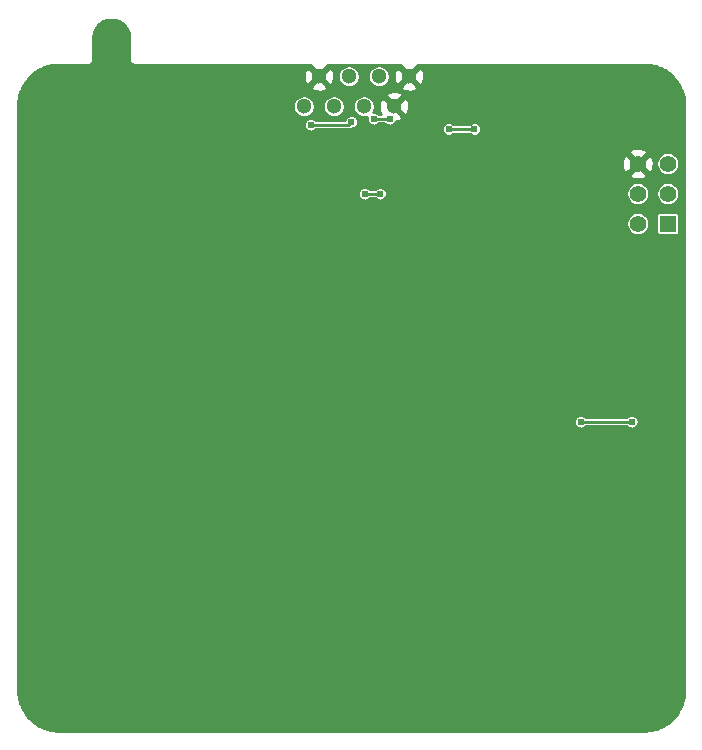
<source format=gbr>
G04 #@! TF.GenerationSoftware,KiCad,Pcbnew,5.1.4*
G04 #@! TF.CreationDate,2019-12-12T21:33:50-05:00*
G04 #@! TF.ProjectId,Suspension_Travel,53757370-656e-4736-996f-6e5f54726176,rev?*
G04 #@! TF.SameCoordinates,Original*
G04 #@! TF.FileFunction,Copper,L2,Bot*
G04 #@! TF.FilePolarity,Positive*
%FSLAX46Y46*%
G04 Gerber Fmt 4.6, Leading zero omitted, Abs format (unit mm)*
G04 Created by KiCad (PCBNEW 5.1.4) date 2019-12-12 21:33:50*
%MOMM*%
%LPD*%
G04 APERTURE LIST*
%ADD10C,1.300000*%
%ADD11R,1.400000X1.400000*%
%ADD12C,1.400000*%
%ADD13C,0.800000*%
%ADD14C,0.609600*%
%ADD15C,0.254000*%
G04 APERTURE END LIST*
D10*
X128701800Y-82016600D03*
X126161800Y-82016600D03*
X123621800Y-82016600D03*
X131241800Y-82016600D03*
X124891800Y-79476600D03*
X127431800Y-79476600D03*
X129971800Y-79476600D03*
X132511800Y-79476600D03*
D11*
X154432000Y-91948000D03*
D12*
X151892000Y-91948000D03*
X154432000Y-89408000D03*
X151892000Y-89408000D03*
X154432000Y-86868000D03*
X151892000Y-86868000D03*
D13*
X103360220Y-89720420D03*
X103395780Y-93055440D03*
X103360220Y-84884260D03*
X103360220Y-86984840D03*
X122674380Y-101914960D03*
X125503940Y-101927660D03*
X128473200Y-101889560D03*
X131627880Y-101889560D03*
X131691380Y-100091240D03*
X131704080Y-97210880D03*
X106225340Y-83820000D03*
D14*
X139192000Y-90678000D03*
X139954000Y-88646000D03*
X144272000Y-116332000D03*
X143256000Y-104648000D03*
X125730000Y-88900000D03*
X149225000Y-97536000D03*
X134213600Y-88544400D03*
X139954000Y-102108000D03*
X114554000Y-85090000D03*
X124206000Y-83566000D03*
X127635000Y-83312000D03*
X138049000Y-83947000D03*
X135890000Y-83947000D03*
X130896599Y-83068612D03*
X129540000Y-83058000D03*
X130073400Y-89408000D03*
X128778000Y-89408000D03*
X151384000Y-108712000D03*
X147066000Y-108712000D03*
D15*
X124206000Y-83566000D02*
X127381000Y-83566000D01*
X127381000Y-83566000D02*
X127635000Y-83312000D01*
X138049000Y-83947000D02*
X135890000Y-83947000D01*
X130465547Y-83068612D02*
X130454935Y-83058000D01*
X130896599Y-83068612D02*
X130465547Y-83068612D01*
X130454935Y-83058000D02*
X129540000Y-83058000D01*
X130073400Y-89408000D02*
X128778000Y-89408000D01*
X151384000Y-108712000D02*
X147066000Y-108712000D01*
G36*
X107456409Y-74681876D02*
G01*
X107599820Y-74701863D01*
X107729509Y-74732207D01*
X107850431Y-74771758D01*
X107963640Y-74819473D01*
X108068992Y-74874126D01*
X108167817Y-74935509D01*
X108260326Y-75003152D01*
X108347148Y-75077179D01*
X108430309Y-75159651D01*
X108505032Y-75245826D01*
X108573532Y-75337899D01*
X108637011Y-75438424D01*
X108692138Y-75542928D01*
X108740618Y-75655749D01*
X108780994Y-75776318D01*
X108812102Y-75905035D01*
X108832960Y-76046702D01*
X108841048Y-76210001D01*
X108841049Y-78088174D01*
X108839385Y-78105069D01*
X108841049Y-78121965D01*
X108841049Y-78124218D01*
X108846539Y-78179961D01*
X108868234Y-78251478D01*
X108903464Y-78317389D01*
X108950875Y-78375160D01*
X109008646Y-78422571D01*
X109074557Y-78457801D01*
X109146074Y-78479496D01*
X109220448Y-78486821D01*
X109244329Y-78484469D01*
X124210767Y-78484469D01*
X124185878Y-78591073D01*
X124891800Y-79296995D01*
X125597722Y-78591073D01*
X125572833Y-78484469D01*
X131830767Y-78484469D01*
X131805878Y-78591073D01*
X132511800Y-79296995D01*
X133217722Y-78591073D01*
X133192833Y-78484469D01*
X152398641Y-78484469D01*
X152471310Y-78485227D01*
X152650111Y-78493502D01*
X152818086Y-78509682D01*
X152975133Y-78532408D01*
X153135683Y-78563424D01*
X153283320Y-78599095D01*
X153424702Y-78639912D01*
X153561110Y-78685702D01*
X153691161Y-78735472D01*
X153817966Y-78790022D01*
X153947210Y-78852058D01*
X154066176Y-78915231D01*
X154180165Y-78981583D01*
X154291431Y-79052213D01*
X154399746Y-79126942D01*
X154504856Y-79205557D01*
X154613209Y-79293430D01*
X154711746Y-79379964D01*
X154805118Y-79468399D01*
X154895559Y-79560707D01*
X154984799Y-79658982D01*
X155067605Y-79757411D01*
X155147161Y-79859503D01*
X155224050Y-79966284D01*
X155296848Y-80076004D01*
X155365456Y-80188558D01*
X155431038Y-80306213D01*
X155493209Y-80428998D01*
X155551599Y-80557006D01*
X155603802Y-80685089D01*
X155651791Y-80818251D01*
X155695121Y-80956472D01*
X155733478Y-81100319D01*
X155766606Y-81251277D01*
X155793315Y-81406590D01*
X155813327Y-81567654D01*
X155826102Y-81736565D01*
X155830895Y-81924665D01*
X155831118Y-81926466D01*
X155831117Y-131443040D01*
X155830097Y-131527419D01*
X155821429Y-131703699D01*
X155805256Y-131868014D01*
X155782240Y-132025294D01*
X155752767Y-132177535D01*
X155717377Y-132324561D01*
X155674834Y-132471978D01*
X155628844Y-132608583D01*
X155575091Y-132748045D01*
X155518668Y-132877666D01*
X155459807Y-132999181D01*
X155396600Y-133117539D01*
X155328546Y-133233756D01*
X155257634Y-133344738D01*
X155182543Y-133452891D01*
X155105144Y-133555832D01*
X155023936Y-133655826D01*
X154939109Y-133752662D01*
X154850768Y-133846227D01*
X154759148Y-133936296D01*
X154657947Y-134028418D01*
X154559618Y-134111253D01*
X154458138Y-134190456D01*
X154350797Y-134267875D01*
X154242285Y-134340005D01*
X154129732Y-134408776D01*
X154013865Y-134473567D01*
X153893644Y-134534745D01*
X153765894Y-134593389D01*
X153630258Y-134648869D01*
X153497355Y-134696779D01*
X153356460Y-134740900D01*
X153213256Y-134778996D01*
X153065049Y-134811504D01*
X152908224Y-134838482D01*
X152747938Y-134858389D01*
X152579016Y-134871169D01*
X152395739Y-134875842D01*
X102872634Y-134875842D01*
X102805755Y-134875191D01*
X102626641Y-134867184D01*
X102461491Y-134851601D01*
X102301263Y-134828734D01*
X102148392Y-134799618D01*
X101994238Y-134762828D01*
X101854231Y-134722728D01*
X101717029Y-134677009D01*
X101584902Y-134626719D01*
X101458502Y-134572585D01*
X101335839Y-134514125D01*
X101216481Y-134451321D01*
X101099821Y-134383947D01*
X100988466Y-134313732D01*
X100877610Y-134237681D01*
X100773870Y-134160507D01*
X100669314Y-134076329D01*
X100572784Y-133992379D01*
X100478878Y-133904374D01*
X100388319Y-133812934D01*
X100301448Y-133718422D01*
X100209040Y-133609608D01*
X100124087Y-133500925D01*
X100048066Y-133395451D01*
X99975562Y-133286352D01*
X99905485Y-133171513D01*
X99839588Y-133053294D01*
X99777717Y-132931104D01*
X99720132Y-132804991D01*
X99666849Y-132674372D01*
X99619110Y-132541902D01*
X99575765Y-132403680D01*
X99537380Y-132259779D01*
X99504927Y-132112297D01*
X99477952Y-131956321D01*
X99457526Y-131792502D01*
X99444756Y-131623711D01*
X99439966Y-131435649D01*
X99439400Y-131431078D01*
X99439400Y-108654461D01*
X146481800Y-108654461D01*
X146481800Y-108769539D01*
X146504250Y-108882405D01*
X146548288Y-108988723D01*
X146612222Y-109084406D01*
X146693594Y-109165778D01*
X146789277Y-109229712D01*
X146895595Y-109273750D01*
X147008461Y-109296200D01*
X147123539Y-109296200D01*
X147236405Y-109273750D01*
X147342723Y-109229712D01*
X147438406Y-109165778D01*
X147485784Y-109118400D01*
X150964216Y-109118400D01*
X151011594Y-109165778D01*
X151107277Y-109229712D01*
X151213595Y-109273750D01*
X151326461Y-109296200D01*
X151441539Y-109296200D01*
X151554405Y-109273750D01*
X151660723Y-109229712D01*
X151756406Y-109165778D01*
X151837778Y-109084406D01*
X151901712Y-108988723D01*
X151945750Y-108882405D01*
X151968200Y-108769539D01*
X151968200Y-108654461D01*
X151945750Y-108541595D01*
X151901712Y-108435277D01*
X151837778Y-108339594D01*
X151756406Y-108258222D01*
X151660723Y-108194288D01*
X151554405Y-108150250D01*
X151441539Y-108127800D01*
X151326461Y-108127800D01*
X151213595Y-108150250D01*
X151107277Y-108194288D01*
X151011594Y-108258222D01*
X150964216Y-108305600D01*
X147485784Y-108305600D01*
X147438406Y-108258222D01*
X147342723Y-108194288D01*
X147236405Y-108150250D01*
X147123539Y-108127800D01*
X147008461Y-108127800D01*
X146895595Y-108150250D01*
X146789277Y-108194288D01*
X146693594Y-108258222D01*
X146612222Y-108339594D01*
X146548288Y-108435277D01*
X146504250Y-108541595D01*
X146481800Y-108654461D01*
X99439400Y-108654461D01*
X99439400Y-91851538D01*
X150912600Y-91851538D01*
X150912600Y-92044462D01*
X150950238Y-92233680D01*
X151024067Y-92411920D01*
X151131250Y-92572331D01*
X151267669Y-92708750D01*
X151428080Y-92815933D01*
X151606320Y-92889762D01*
X151795538Y-92927400D01*
X151988462Y-92927400D01*
X152177680Y-92889762D01*
X152355920Y-92815933D01*
X152516331Y-92708750D01*
X152652750Y-92572331D01*
X152759933Y-92411920D01*
X152833762Y-92233680D01*
X152871400Y-92044462D01*
X152871400Y-91851538D01*
X152833762Y-91662320D01*
X152759933Y-91484080D01*
X152652750Y-91323669D01*
X152577081Y-91248000D01*
X153451249Y-91248000D01*
X153451249Y-92648000D01*
X153456644Y-92702772D01*
X153472620Y-92755439D01*
X153498564Y-92803977D01*
X153533479Y-92846521D01*
X153576023Y-92881436D01*
X153624561Y-92907380D01*
X153677228Y-92923356D01*
X153732000Y-92928751D01*
X155132000Y-92928751D01*
X155186772Y-92923356D01*
X155239439Y-92907380D01*
X155287977Y-92881436D01*
X155330521Y-92846521D01*
X155365436Y-92803977D01*
X155391380Y-92755439D01*
X155407356Y-92702772D01*
X155412751Y-92648000D01*
X155412751Y-91248000D01*
X155407356Y-91193228D01*
X155391380Y-91140561D01*
X155365436Y-91092023D01*
X155330521Y-91049479D01*
X155287977Y-91014564D01*
X155239439Y-90988620D01*
X155186772Y-90972644D01*
X155132000Y-90967249D01*
X153732000Y-90967249D01*
X153677228Y-90972644D01*
X153624561Y-90988620D01*
X153576023Y-91014564D01*
X153533479Y-91049479D01*
X153498564Y-91092023D01*
X153472620Y-91140561D01*
X153456644Y-91193228D01*
X153451249Y-91248000D01*
X152577081Y-91248000D01*
X152516331Y-91187250D01*
X152355920Y-91080067D01*
X152177680Y-91006238D01*
X151988462Y-90968600D01*
X151795538Y-90968600D01*
X151606320Y-91006238D01*
X151428080Y-91080067D01*
X151267669Y-91187250D01*
X151131250Y-91323669D01*
X151024067Y-91484080D01*
X150950238Y-91662320D01*
X150912600Y-91851538D01*
X99439400Y-91851538D01*
X99439400Y-89350461D01*
X128193800Y-89350461D01*
X128193800Y-89465539D01*
X128216250Y-89578405D01*
X128260288Y-89684723D01*
X128324222Y-89780406D01*
X128405594Y-89861778D01*
X128501277Y-89925712D01*
X128607595Y-89969750D01*
X128720461Y-89992200D01*
X128835539Y-89992200D01*
X128948405Y-89969750D01*
X129054723Y-89925712D01*
X129150406Y-89861778D01*
X129197784Y-89814400D01*
X129653616Y-89814400D01*
X129700994Y-89861778D01*
X129796677Y-89925712D01*
X129902995Y-89969750D01*
X130015861Y-89992200D01*
X130130939Y-89992200D01*
X130243805Y-89969750D01*
X130350123Y-89925712D01*
X130445806Y-89861778D01*
X130527178Y-89780406D01*
X130591112Y-89684723D01*
X130635150Y-89578405D01*
X130657600Y-89465539D01*
X130657600Y-89350461D01*
X130649858Y-89311538D01*
X150912600Y-89311538D01*
X150912600Y-89504462D01*
X150950238Y-89693680D01*
X151024067Y-89871920D01*
X151131250Y-90032331D01*
X151267669Y-90168750D01*
X151428080Y-90275933D01*
X151606320Y-90349762D01*
X151795538Y-90387400D01*
X151988462Y-90387400D01*
X152177680Y-90349762D01*
X152355920Y-90275933D01*
X152516331Y-90168750D01*
X152652750Y-90032331D01*
X152759933Y-89871920D01*
X152833762Y-89693680D01*
X152871400Y-89504462D01*
X152871400Y-89311538D01*
X153452600Y-89311538D01*
X153452600Y-89504462D01*
X153490238Y-89693680D01*
X153564067Y-89871920D01*
X153671250Y-90032331D01*
X153807669Y-90168750D01*
X153968080Y-90275933D01*
X154146320Y-90349762D01*
X154335538Y-90387400D01*
X154528462Y-90387400D01*
X154717680Y-90349762D01*
X154895920Y-90275933D01*
X155056331Y-90168750D01*
X155192750Y-90032331D01*
X155299933Y-89871920D01*
X155373762Y-89693680D01*
X155411400Y-89504462D01*
X155411400Y-89311538D01*
X155373762Y-89122320D01*
X155299933Y-88944080D01*
X155192750Y-88783669D01*
X155056331Y-88647250D01*
X154895920Y-88540067D01*
X154717680Y-88466238D01*
X154528462Y-88428600D01*
X154335538Y-88428600D01*
X154146320Y-88466238D01*
X153968080Y-88540067D01*
X153807669Y-88647250D01*
X153671250Y-88783669D01*
X153564067Y-88944080D01*
X153490238Y-89122320D01*
X153452600Y-89311538D01*
X152871400Y-89311538D01*
X152833762Y-89122320D01*
X152759933Y-88944080D01*
X152652750Y-88783669D01*
X152516331Y-88647250D01*
X152355920Y-88540067D01*
X152177680Y-88466238D01*
X151988462Y-88428600D01*
X151795538Y-88428600D01*
X151606320Y-88466238D01*
X151428080Y-88540067D01*
X151267669Y-88647250D01*
X151131250Y-88783669D01*
X151024067Y-88944080D01*
X150950238Y-89122320D01*
X150912600Y-89311538D01*
X130649858Y-89311538D01*
X130635150Y-89237595D01*
X130591112Y-89131277D01*
X130527178Y-89035594D01*
X130445806Y-88954222D01*
X130350123Y-88890288D01*
X130243805Y-88846250D01*
X130130939Y-88823800D01*
X130015861Y-88823800D01*
X129902995Y-88846250D01*
X129796677Y-88890288D01*
X129700994Y-88954222D01*
X129653616Y-89001600D01*
X129197784Y-89001600D01*
X129150406Y-88954222D01*
X129054723Y-88890288D01*
X128948405Y-88846250D01*
X128835539Y-88823800D01*
X128720461Y-88823800D01*
X128607595Y-88846250D01*
X128501277Y-88890288D01*
X128405594Y-88954222D01*
X128324222Y-89035594D01*
X128260288Y-89131277D01*
X128216250Y-89237595D01*
X128193800Y-89350461D01*
X99439400Y-89350461D01*
X99439400Y-87789269D01*
X151150336Y-87789269D01*
X151209797Y-88023037D01*
X151448242Y-88133934D01*
X151703740Y-88196183D01*
X151966473Y-88207390D01*
X152226344Y-88167125D01*
X152473366Y-88076935D01*
X152574203Y-88023037D01*
X152633664Y-87789269D01*
X151892000Y-87047605D01*
X151150336Y-87789269D01*
X99439400Y-87789269D01*
X99439400Y-86942473D01*
X150552610Y-86942473D01*
X150592875Y-87202344D01*
X150683065Y-87449366D01*
X150736963Y-87550203D01*
X150970731Y-87609664D01*
X151712395Y-86868000D01*
X152071605Y-86868000D01*
X152813269Y-87609664D01*
X153047037Y-87550203D01*
X153157934Y-87311758D01*
X153220183Y-87056260D01*
X153231390Y-86793527D01*
X153227983Y-86771538D01*
X153452600Y-86771538D01*
X153452600Y-86964462D01*
X153490238Y-87153680D01*
X153564067Y-87331920D01*
X153671250Y-87492331D01*
X153807669Y-87628750D01*
X153968080Y-87735933D01*
X154146320Y-87809762D01*
X154335538Y-87847400D01*
X154528462Y-87847400D01*
X154717680Y-87809762D01*
X154895920Y-87735933D01*
X155056331Y-87628750D01*
X155192750Y-87492331D01*
X155299933Y-87331920D01*
X155373762Y-87153680D01*
X155411400Y-86964462D01*
X155411400Y-86771538D01*
X155373762Y-86582320D01*
X155299933Y-86404080D01*
X155192750Y-86243669D01*
X155056331Y-86107250D01*
X154895920Y-86000067D01*
X154717680Y-85926238D01*
X154528462Y-85888600D01*
X154335538Y-85888600D01*
X154146320Y-85926238D01*
X153968080Y-86000067D01*
X153807669Y-86107250D01*
X153671250Y-86243669D01*
X153564067Y-86404080D01*
X153490238Y-86582320D01*
X153452600Y-86771538D01*
X153227983Y-86771538D01*
X153191125Y-86533656D01*
X153100935Y-86286634D01*
X153047037Y-86185797D01*
X152813269Y-86126336D01*
X152071605Y-86868000D01*
X151712395Y-86868000D01*
X150970731Y-86126336D01*
X150736963Y-86185797D01*
X150626066Y-86424242D01*
X150563817Y-86679740D01*
X150552610Y-86942473D01*
X99439400Y-86942473D01*
X99439400Y-85946731D01*
X151150336Y-85946731D01*
X151892000Y-86688395D01*
X152633664Y-85946731D01*
X152574203Y-85712963D01*
X152335758Y-85602066D01*
X152080260Y-85539817D01*
X151817527Y-85528610D01*
X151557656Y-85568875D01*
X151310634Y-85659065D01*
X151209797Y-85712963D01*
X151150336Y-85946731D01*
X99439400Y-85946731D01*
X99439400Y-83508461D01*
X123621800Y-83508461D01*
X123621800Y-83623539D01*
X123644250Y-83736405D01*
X123688288Y-83842723D01*
X123752222Y-83938406D01*
X123833594Y-84019778D01*
X123929277Y-84083712D01*
X124035595Y-84127750D01*
X124148461Y-84150200D01*
X124263539Y-84150200D01*
X124376405Y-84127750D01*
X124482723Y-84083712D01*
X124578406Y-84019778D01*
X124625784Y-83972400D01*
X127361047Y-83972400D01*
X127381000Y-83974365D01*
X127400953Y-83972400D01*
X127400960Y-83972400D01*
X127460668Y-83966519D01*
X127537275Y-83943281D01*
X127607876Y-83905544D01*
X127619262Y-83896200D01*
X127692539Y-83896200D01*
X127726418Y-83889461D01*
X135305800Y-83889461D01*
X135305800Y-84004539D01*
X135328250Y-84117405D01*
X135372288Y-84223723D01*
X135436222Y-84319406D01*
X135517594Y-84400778D01*
X135613277Y-84464712D01*
X135719595Y-84508750D01*
X135832461Y-84531200D01*
X135947539Y-84531200D01*
X136060405Y-84508750D01*
X136166723Y-84464712D01*
X136262406Y-84400778D01*
X136309784Y-84353400D01*
X137629216Y-84353400D01*
X137676594Y-84400778D01*
X137772277Y-84464712D01*
X137878595Y-84508750D01*
X137991461Y-84531200D01*
X138106539Y-84531200D01*
X138219405Y-84508750D01*
X138325723Y-84464712D01*
X138421406Y-84400778D01*
X138502778Y-84319406D01*
X138566712Y-84223723D01*
X138610750Y-84117405D01*
X138633200Y-84004539D01*
X138633200Y-83889461D01*
X138610750Y-83776595D01*
X138566712Y-83670277D01*
X138502778Y-83574594D01*
X138421406Y-83493222D01*
X138325723Y-83429288D01*
X138219405Y-83385250D01*
X138106539Y-83362800D01*
X137991461Y-83362800D01*
X137878595Y-83385250D01*
X137772277Y-83429288D01*
X137676594Y-83493222D01*
X137629216Y-83540600D01*
X136309784Y-83540600D01*
X136262406Y-83493222D01*
X136166723Y-83429288D01*
X136060405Y-83385250D01*
X135947539Y-83362800D01*
X135832461Y-83362800D01*
X135719595Y-83385250D01*
X135613277Y-83429288D01*
X135517594Y-83493222D01*
X135436222Y-83574594D01*
X135372288Y-83670277D01*
X135328250Y-83776595D01*
X135305800Y-83889461D01*
X127726418Y-83889461D01*
X127805405Y-83873750D01*
X127911723Y-83829712D01*
X128007406Y-83765778D01*
X128088778Y-83684406D01*
X128152712Y-83588723D01*
X128196750Y-83482405D01*
X128219200Y-83369539D01*
X128219200Y-83254461D01*
X128196750Y-83141595D01*
X128152712Y-83035277D01*
X128088778Y-82939594D01*
X128007406Y-82858222D01*
X127911723Y-82794288D01*
X127805405Y-82750250D01*
X127692539Y-82727800D01*
X127577461Y-82727800D01*
X127464595Y-82750250D01*
X127358277Y-82794288D01*
X127262594Y-82858222D01*
X127181222Y-82939594D01*
X127117288Y-83035277D01*
X127073250Y-83141595D01*
X127069669Y-83159600D01*
X124625784Y-83159600D01*
X124578406Y-83112222D01*
X124482723Y-83048288D01*
X124376405Y-83004250D01*
X124263539Y-82981800D01*
X124148461Y-82981800D01*
X124035595Y-83004250D01*
X123929277Y-83048288D01*
X123833594Y-83112222D01*
X123752222Y-83193594D01*
X123688288Y-83289277D01*
X123644250Y-83395595D01*
X123621800Y-83508461D01*
X99439400Y-83508461D01*
X99439400Y-81927423D01*
X99439676Y-81925062D01*
X122692400Y-81925062D01*
X122692400Y-82108138D01*
X122728116Y-82287696D01*
X122798176Y-82456836D01*
X122899888Y-82609058D01*
X123029342Y-82738512D01*
X123181564Y-82840224D01*
X123350704Y-82910284D01*
X123530262Y-82946000D01*
X123713338Y-82946000D01*
X123892896Y-82910284D01*
X124062036Y-82840224D01*
X124214258Y-82738512D01*
X124343712Y-82609058D01*
X124445424Y-82456836D01*
X124515484Y-82287696D01*
X124551200Y-82108138D01*
X124551200Y-81925062D01*
X125232400Y-81925062D01*
X125232400Y-82108138D01*
X125268116Y-82287696D01*
X125338176Y-82456836D01*
X125439888Y-82609058D01*
X125569342Y-82738512D01*
X125721564Y-82840224D01*
X125890704Y-82910284D01*
X126070262Y-82946000D01*
X126253338Y-82946000D01*
X126432896Y-82910284D01*
X126602036Y-82840224D01*
X126754258Y-82738512D01*
X126883712Y-82609058D01*
X126985424Y-82456836D01*
X127055484Y-82287696D01*
X127091200Y-82108138D01*
X127091200Y-81925062D01*
X127772400Y-81925062D01*
X127772400Y-82108138D01*
X127808116Y-82287696D01*
X127878176Y-82456836D01*
X127979888Y-82609058D01*
X128109342Y-82738512D01*
X128261564Y-82840224D01*
X128430704Y-82910284D01*
X128610262Y-82946000D01*
X128793338Y-82946000D01*
X128972896Y-82910284D01*
X128973812Y-82909904D01*
X128955800Y-83000461D01*
X128955800Y-83115539D01*
X128978250Y-83228405D01*
X129022288Y-83334723D01*
X129086222Y-83430406D01*
X129167594Y-83511778D01*
X129263277Y-83575712D01*
X129369595Y-83619750D01*
X129482461Y-83642200D01*
X129597539Y-83642200D01*
X129710405Y-83619750D01*
X129816723Y-83575712D01*
X129912406Y-83511778D01*
X129959784Y-83464400D01*
X130370283Y-83464400D01*
X130385879Y-83469131D01*
X130445587Y-83475012D01*
X130445594Y-83475012D01*
X130465547Y-83476977D01*
X130477594Y-83475791D01*
X130524193Y-83522390D01*
X130619876Y-83586324D01*
X130726194Y-83630362D01*
X130839060Y-83652812D01*
X130954138Y-83652812D01*
X131067004Y-83630362D01*
X131173322Y-83586324D01*
X131269005Y-83522390D01*
X131350377Y-83441018D01*
X131414311Y-83345335D01*
X131438709Y-83286432D01*
X131568249Y-83265870D01*
X131805696Y-83178178D01*
X131894334Y-83130801D01*
X131947722Y-82902127D01*
X131241800Y-82196205D01*
X131227658Y-82210348D01*
X131048053Y-82030743D01*
X131062195Y-82016600D01*
X131421405Y-82016600D01*
X132127327Y-82722522D01*
X132356001Y-82669134D01*
X132461895Y-82439226D01*
X132520902Y-82193076D01*
X132530752Y-81940145D01*
X132491070Y-81690151D01*
X132403378Y-81452704D01*
X132356001Y-81364066D01*
X132127327Y-81310678D01*
X131421405Y-82016600D01*
X131062195Y-82016600D01*
X130356273Y-81310678D01*
X130127599Y-81364066D01*
X130021705Y-81593974D01*
X129962698Y-81840124D01*
X129952848Y-82093055D01*
X129992530Y-82343049D01*
X130080222Y-82580496D01*
X130118227Y-82651600D01*
X129959784Y-82651600D01*
X129912406Y-82604222D01*
X129816723Y-82540288D01*
X129710405Y-82496250D01*
X129597539Y-82473800D01*
X129514089Y-82473800D01*
X129525424Y-82456836D01*
X129595484Y-82287696D01*
X129631200Y-82108138D01*
X129631200Y-81925062D01*
X129595484Y-81745504D01*
X129525424Y-81576364D01*
X129423712Y-81424142D01*
X129294258Y-81294688D01*
X129142036Y-81192976D01*
X128992589Y-81131073D01*
X130535878Y-81131073D01*
X131241800Y-81836995D01*
X131947722Y-81131073D01*
X131894334Y-80902399D01*
X131664426Y-80796505D01*
X131418276Y-80737498D01*
X131165345Y-80727648D01*
X130915351Y-80767330D01*
X130677904Y-80855022D01*
X130589266Y-80902399D01*
X130535878Y-81131073D01*
X128992589Y-81131073D01*
X128972896Y-81122916D01*
X128793338Y-81087200D01*
X128610262Y-81087200D01*
X128430704Y-81122916D01*
X128261564Y-81192976D01*
X128109342Y-81294688D01*
X127979888Y-81424142D01*
X127878176Y-81576364D01*
X127808116Y-81745504D01*
X127772400Y-81925062D01*
X127091200Y-81925062D01*
X127055484Y-81745504D01*
X126985424Y-81576364D01*
X126883712Y-81424142D01*
X126754258Y-81294688D01*
X126602036Y-81192976D01*
X126432896Y-81122916D01*
X126253338Y-81087200D01*
X126070262Y-81087200D01*
X125890704Y-81122916D01*
X125721564Y-81192976D01*
X125569342Y-81294688D01*
X125439888Y-81424142D01*
X125338176Y-81576364D01*
X125268116Y-81745504D01*
X125232400Y-81925062D01*
X124551200Y-81925062D01*
X124515484Y-81745504D01*
X124445424Y-81576364D01*
X124343712Y-81424142D01*
X124214258Y-81294688D01*
X124062036Y-81192976D01*
X123892896Y-81122916D01*
X123713338Y-81087200D01*
X123530262Y-81087200D01*
X123350704Y-81122916D01*
X123181564Y-81192976D01*
X123029342Y-81294688D01*
X122899888Y-81424142D01*
X122798176Y-81576364D01*
X122728116Y-81745504D01*
X122692400Y-81925062D01*
X99439676Y-81925062D01*
X99440022Y-81922107D01*
X99440085Y-81916810D01*
X99440238Y-81884752D01*
X99446420Y-81706501D01*
X99460640Y-81538001D01*
X99482347Y-81375262D01*
X99510160Y-81221890D01*
X99544768Y-81070655D01*
X99583975Y-80928667D01*
X99628415Y-80791055D01*
X99678789Y-80655138D01*
X99731864Y-80528335D01*
X99790232Y-80403321D01*
X99811510Y-80362127D01*
X124185878Y-80362127D01*
X124239266Y-80590801D01*
X124469174Y-80696695D01*
X124715324Y-80755702D01*
X124968255Y-80765552D01*
X125218249Y-80725870D01*
X125455696Y-80638178D01*
X125544334Y-80590801D01*
X125597722Y-80362127D01*
X124891800Y-79656205D01*
X124185878Y-80362127D01*
X99811510Y-80362127D01*
X99852139Y-80283470D01*
X99918565Y-80166417D01*
X99990924Y-80049921D01*
X100066155Y-79938836D01*
X100146075Y-79830227D01*
X100227306Y-79728304D01*
X100320294Y-79620636D01*
X100383445Y-79553055D01*
X123602848Y-79553055D01*
X123642530Y-79803049D01*
X123730222Y-80040496D01*
X123777599Y-80129134D01*
X124006273Y-80182522D01*
X124712195Y-79476600D01*
X125071405Y-79476600D01*
X125777327Y-80182522D01*
X126006001Y-80129134D01*
X126111895Y-79899226D01*
X126170902Y-79653076D01*
X126180752Y-79400145D01*
X126178358Y-79385062D01*
X126502400Y-79385062D01*
X126502400Y-79568138D01*
X126538116Y-79747696D01*
X126608176Y-79916836D01*
X126709888Y-80069058D01*
X126839342Y-80198512D01*
X126991564Y-80300224D01*
X127160704Y-80370284D01*
X127340262Y-80406000D01*
X127523338Y-80406000D01*
X127702896Y-80370284D01*
X127872036Y-80300224D01*
X128024258Y-80198512D01*
X128153712Y-80069058D01*
X128255424Y-79916836D01*
X128325484Y-79747696D01*
X128361200Y-79568138D01*
X128361200Y-79385062D01*
X129042400Y-79385062D01*
X129042400Y-79568138D01*
X129078116Y-79747696D01*
X129148176Y-79916836D01*
X129249888Y-80069058D01*
X129379342Y-80198512D01*
X129531564Y-80300224D01*
X129700704Y-80370284D01*
X129880262Y-80406000D01*
X130063338Y-80406000D01*
X130242896Y-80370284D01*
X130262588Y-80362127D01*
X131805878Y-80362127D01*
X131859266Y-80590801D01*
X132089174Y-80696695D01*
X132335324Y-80755702D01*
X132588255Y-80765552D01*
X132838249Y-80725870D01*
X133075696Y-80638178D01*
X133164334Y-80590801D01*
X133217722Y-80362127D01*
X132511800Y-79656205D01*
X131805878Y-80362127D01*
X130262588Y-80362127D01*
X130412036Y-80300224D01*
X130564258Y-80198512D01*
X130693712Y-80069058D01*
X130795424Y-79916836D01*
X130865484Y-79747696D01*
X130901200Y-79568138D01*
X130901200Y-79553055D01*
X131222848Y-79553055D01*
X131262530Y-79803049D01*
X131350222Y-80040496D01*
X131397599Y-80129134D01*
X131626273Y-80182522D01*
X132332195Y-79476600D01*
X132691405Y-79476600D01*
X133397327Y-80182522D01*
X133626001Y-80129134D01*
X133731895Y-79899226D01*
X133790902Y-79653076D01*
X133800752Y-79400145D01*
X133761070Y-79150151D01*
X133673378Y-78912704D01*
X133626001Y-78824066D01*
X133397327Y-78770678D01*
X132691405Y-79476600D01*
X132332195Y-79476600D01*
X131626273Y-78770678D01*
X131397599Y-78824066D01*
X131291705Y-79053974D01*
X131232698Y-79300124D01*
X131222848Y-79553055D01*
X130901200Y-79553055D01*
X130901200Y-79385062D01*
X130865484Y-79205504D01*
X130795424Y-79036364D01*
X130693712Y-78884142D01*
X130564258Y-78754688D01*
X130412036Y-78652976D01*
X130242896Y-78582916D01*
X130063338Y-78547200D01*
X129880262Y-78547200D01*
X129700704Y-78582916D01*
X129531564Y-78652976D01*
X129379342Y-78754688D01*
X129249888Y-78884142D01*
X129148176Y-79036364D01*
X129078116Y-79205504D01*
X129042400Y-79385062D01*
X128361200Y-79385062D01*
X128325484Y-79205504D01*
X128255424Y-79036364D01*
X128153712Y-78884142D01*
X128024258Y-78754688D01*
X127872036Y-78652976D01*
X127702896Y-78582916D01*
X127523338Y-78547200D01*
X127340262Y-78547200D01*
X127160704Y-78582916D01*
X126991564Y-78652976D01*
X126839342Y-78754688D01*
X126709888Y-78884142D01*
X126608176Y-79036364D01*
X126538116Y-79205504D01*
X126502400Y-79385062D01*
X126178358Y-79385062D01*
X126141070Y-79150151D01*
X126053378Y-78912704D01*
X126006001Y-78824066D01*
X125777327Y-78770678D01*
X125071405Y-79476600D01*
X124712195Y-79476600D01*
X124006273Y-78770678D01*
X123777599Y-78824066D01*
X123671705Y-79053974D01*
X123612698Y-79300124D01*
X123602848Y-79553055D01*
X100383445Y-79553055D01*
X100407879Y-79526908D01*
X100501121Y-79434363D01*
X100596291Y-79346778D01*
X100693671Y-79263645D01*
X100794732Y-79183678D01*
X100898636Y-79107606D01*
X101009960Y-79032466D01*
X101126342Y-78960430D01*
X101253030Y-78889050D01*
X101377721Y-78825491D01*
X101508091Y-78765714D01*
X101635958Y-78713361D01*
X101769013Y-78665175D01*
X101909724Y-78620878D01*
X102056241Y-78581742D01*
X102204321Y-78549179D01*
X102362471Y-78521914D01*
X102523452Y-78501910D01*
X102692339Y-78489137D01*
X102848639Y-78485156D01*
X102852161Y-78485503D01*
X105396790Y-78485503D01*
X105410172Y-78486821D01*
X105423554Y-78485503D01*
X105429493Y-78485503D01*
X105485236Y-78480013D01*
X105556753Y-78458318D01*
X105622664Y-78423088D01*
X105680435Y-78375677D01*
X105727846Y-78317906D01*
X105763076Y-78251995D01*
X105784771Y-78180478D01*
X105792096Y-78106103D01*
X105789572Y-78080475D01*
X105789572Y-76208770D01*
X105795628Y-76067885D01*
X105815072Y-75923123D01*
X105844985Y-75792627D01*
X105884197Y-75671068D01*
X105932564Y-75555311D01*
X105986816Y-75450148D01*
X106049758Y-75348518D01*
X106117437Y-75255908D01*
X106191974Y-75168499D01*
X106272107Y-75087584D01*
X106357668Y-75013122D01*
X106451953Y-74942813D01*
X106553678Y-74878603D01*
X106658458Y-74823437D01*
X106771330Y-74775051D01*
X106891934Y-74734780D01*
X107021488Y-74703618D01*
X107161191Y-74683145D01*
X107316049Y-74675482D01*
X107456409Y-74681876D01*
X107456409Y-74681876D01*
G37*
X107456409Y-74681876D02*
X107599820Y-74701863D01*
X107729509Y-74732207D01*
X107850431Y-74771758D01*
X107963640Y-74819473D01*
X108068992Y-74874126D01*
X108167817Y-74935509D01*
X108260326Y-75003152D01*
X108347148Y-75077179D01*
X108430309Y-75159651D01*
X108505032Y-75245826D01*
X108573532Y-75337899D01*
X108637011Y-75438424D01*
X108692138Y-75542928D01*
X108740618Y-75655749D01*
X108780994Y-75776318D01*
X108812102Y-75905035D01*
X108832960Y-76046702D01*
X108841048Y-76210001D01*
X108841049Y-78088174D01*
X108839385Y-78105069D01*
X108841049Y-78121965D01*
X108841049Y-78124218D01*
X108846539Y-78179961D01*
X108868234Y-78251478D01*
X108903464Y-78317389D01*
X108950875Y-78375160D01*
X109008646Y-78422571D01*
X109074557Y-78457801D01*
X109146074Y-78479496D01*
X109220448Y-78486821D01*
X109244329Y-78484469D01*
X124210767Y-78484469D01*
X124185878Y-78591073D01*
X124891800Y-79296995D01*
X125597722Y-78591073D01*
X125572833Y-78484469D01*
X131830767Y-78484469D01*
X131805878Y-78591073D01*
X132511800Y-79296995D01*
X133217722Y-78591073D01*
X133192833Y-78484469D01*
X152398641Y-78484469D01*
X152471310Y-78485227D01*
X152650111Y-78493502D01*
X152818086Y-78509682D01*
X152975133Y-78532408D01*
X153135683Y-78563424D01*
X153283320Y-78599095D01*
X153424702Y-78639912D01*
X153561110Y-78685702D01*
X153691161Y-78735472D01*
X153817966Y-78790022D01*
X153947210Y-78852058D01*
X154066176Y-78915231D01*
X154180165Y-78981583D01*
X154291431Y-79052213D01*
X154399746Y-79126942D01*
X154504856Y-79205557D01*
X154613209Y-79293430D01*
X154711746Y-79379964D01*
X154805118Y-79468399D01*
X154895559Y-79560707D01*
X154984799Y-79658982D01*
X155067605Y-79757411D01*
X155147161Y-79859503D01*
X155224050Y-79966284D01*
X155296848Y-80076004D01*
X155365456Y-80188558D01*
X155431038Y-80306213D01*
X155493209Y-80428998D01*
X155551599Y-80557006D01*
X155603802Y-80685089D01*
X155651791Y-80818251D01*
X155695121Y-80956472D01*
X155733478Y-81100319D01*
X155766606Y-81251277D01*
X155793315Y-81406590D01*
X155813327Y-81567654D01*
X155826102Y-81736565D01*
X155830895Y-81924665D01*
X155831118Y-81926466D01*
X155831117Y-131443040D01*
X155830097Y-131527419D01*
X155821429Y-131703699D01*
X155805256Y-131868014D01*
X155782240Y-132025294D01*
X155752767Y-132177535D01*
X155717377Y-132324561D01*
X155674834Y-132471978D01*
X155628844Y-132608583D01*
X155575091Y-132748045D01*
X155518668Y-132877666D01*
X155459807Y-132999181D01*
X155396600Y-133117539D01*
X155328546Y-133233756D01*
X155257634Y-133344738D01*
X155182543Y-133452891D01*
X155105144Y-133555832D01*
X155023936Y-133655826D01*
X154939109Y-133752662D01*
X154850768Y-133846227D01*
X154759148Y-133936296D01*
X154657947Y-134028418D01*
X154559618Y-134111253D01*
X154458138Y-134190456D01*
X154350797Y-134267875D01*
X154242285Y-134340005D01*
X154129732Y-134408776D01*
X154013865Y-134473567D01*
X153893644Y-134534745D01*
X153765894Y-134593389D01*
X153630258Y-134648869D01*
X153497355Y-134696779D01*
X153356460Y-134740900D01*
X153213256Y-134778996D01*
X153065049Y-134811504D01*
X152908224Y-134838482D01*
X152747938Y-134858389D01*
X152579016Y-134871169D01*
X152395739Y-134875842D01*
X102872634Y-134875842D01*
X102805755Y-134875191D01*
X102626641Y-134867184D01*
X102461491Y-134851601D01*
X102301263Y-134828734D01*
X102148392Y-134799618D01*
X101994238Y-134762828D01*
X101854231Y-134722728D01*
X101717029Y-134677009D01*
X101584902Y-134626719D01*
X101458502Y-134572585D01*
X101335839Y-134514125D01*
X101216481Y-134451321D01*
X101099821Y-134383947D01*
X100988466Y-134313732D01*
X100877610Y-134237681D01*
X100773870Y-134160507D01*
X100669314Y-134076329D01*
X100572784Y-133992379D01*
X100478878Y-133904374D01*
X100388319Y-133812934D01*
X100301448Y-133718422D01*
X100209040Y-133609608D01*
X100124087Y-133500925D01*
X100048066Y-133395451D01*
X99975562Y-133286352D01*
X99905485Y-133171513D01*
X99839588Y-133053294D01*
X99777717Y-132931104D01*
X99720132Y-132804991D01*
X99666849Y-132674372D01*
X99619110Y-132541902D01*
X99575765Y-132403680D01*
X99537380Y-132259779D01*
X99504927Y-132112297D01*
X99477952Y-131956321D01*
X99457526Y-131792502D01*
X99444756Y-131623711D01*
X99439966Y-131435649D01*
X99439400Y-131431078D01*
X99439400Y-108654461D01*
X146481800Y-108654461D01*
X146481800Y-108769539D01*
X146504250Y-108882405D01*
X146548288Y-108988723D01*
X146612222Y-109084406D01*
X146693594Y-109165778D01*
X146789277Y-109229712D01*
X146895595Y-109273750D01*
X147008461Y-109296200D01*
X147123539Y-109296200D01*
X147236405Y-109273750D01*
X147342723Y-109229712D01*
X147438406Y-109165778D01*
X147485784Y-109118400D01*
X150964216Y-109118400D01*
X151011594Y-109165778D01*
X151107277Y-109229712D01*
X151213595Y-109273750D01*
X151326461Y-109296200D01*
X151441539Y-109296200D01*
X151554405Y-109273750D01*
X151660723Y-109229712D01*
X151756406Y-109165778D01*
X151837778Y-109084406D01*
X151901712Y-108988723D01*
X151945750Y-108882405D01*
X151968200Y-108769539D01*
X151968200Y-108654461D01*
X151945750Y-108541595D01*
X151901712Y-108435277D01*
X151837778Y-108339594D01*
X151756406Y-108258222D01*
X151660723Y-108194288D01*
X151554405Y-108150250D01*
X151441539Y-108127800D01*
X151326461Y-108127800D01*
X151213595Y-108150250D01*
X151107277Y-108194288D01*
X151011594Y-108258222D01*
X150964216Y-108305600D01*
X147485784Y-108305600D01*
X147438406Y-108258222D01*
X147342723Y-108194288D01*
X147236405Y-108150250D01*
X147123539Y-108127800D01*
X147008461Y-108127800D01*
X146895595Y-108150250D01*
X146789277Y-108194288D01*
X146693594Y-108258222D01*
X146612222Y-108339594D01*
X146548288Y-108435277D01*
X146504250Y-108541595D01*
X146481800Y-108654461D01*
X99439400Y-108654461D01*
X99439400Y-91851538D01*
X150912600Y-91851538D01*
X150912600Y-92044462D01*
X150950238Y-92233680D01*
X151024067Y-92411920D01*
X151131250Y-92572331D01*
X151267669Y-92708750D01*
X151428080Y-92815933D01*
X151606320Y-92889762D01*
X151795538Y-92927400D01*
X151988462Y-92927400D01*
X152177680Y-92889762D01*
X152355920Y-92815933D01*
X152516331Y-92708750D01*
X152652750Y-92572331D01*
X152759933Y-92411920D01*
X152833762Y-92233680D01*
X152871400Y-92044462D01*
X152871400Y-91851538D01*
X152833762Y-91662320D01*
X152759933Y-91484080D01*
X152652750Y-91323669D01*
X152577081Y-91248000D01*
X153451249Y-91248000D01*
X153451249Y-92648000D01*
X153456644Y-92702772D01*
X153472620Y-92755439D01*
X153498564Y-92803977D01*
X153533479Y-92846521D01*
X153576023Y-92881436D01*
X153624561Y-92907380D01*
X153677228Y-92923356D01*
X153732000Y-92928751D01*
X155132000Y-92928751D01*
X155186772Y-92923356D01*
X155239439Y-92907380D01*
X155287977Y-92881436D01*
X155330521Y-92846521D01*
X155365436Y-92803977D01*
X155391380Y-92755439D01*
X155407356Y-92702772D01*
X155412751Y-92648000D01*
X155412751Y-91248000D01*
X155407356Y-91193228D01*
X155391380Y-91140561D01*
X155365436Y-91092023D01*
X155330521Y-91049479D01*
X155287977Y-91014564D01*
X155239439Y-90988620D01*
X155186772Y-90972644D01*
X155132000Y-90967249D01*
X153732000Y-90967249D01*
X153677228Y-90972644D01*
X153624561Y-90988620D01*
X153576023Y-91014564D01*
X153533479Y-91049479D01*
X153498564Y-91092023D01*
X153472620Y-91140561D01*
X153456644Y-91193228D01*
X153451249Y-91248000D01*
X152577081Y-91248000D01*
X152516331Y-91187250D01*
X152355920Y-91080067D01*
X152177680Y-91006238D01*
X151988462Y-90968600D01*
X151795538Y-90968600D01*
X151606320Y-91006238D01*
X151428080Y-91080067D01*
X151267669Y-91187250D01*
X151131250Y-91323669D01*
X151024067Y-91484080D01*
X150950238Y-91662320D01*
X150912600Y-91851538D01*
X99439400Y-91851538D01*
X99439400Y-89350461D01*
X128193800Y-89350461D01*
X128193800Y-89465539D01*
X128216250Y-89578405D01*
X128260288Y-89684723D01*
X128324222Y-89780406D01*
X128405594Y-89861778D01*
X128501277Y-89925712D01*
X128607595Y-89969750D01*
X128720461Y-89992200D01*
X128835539Y-89992200D01*
X128948405Y-89969750D01*
X129054723Y-89925712D01*
X129150406Y-89861778D01*
X129197784Y-89814400D01*
X129653616Y-89814400D01*
X129700994Y-89861778D01*
X129796677Y-89925712D01*
X129902995Y-89969750D01*
X130015861Y-89992200D01*
X130130939Y-89992200D01*
X130243805Y-89969750D01*
X130350123Y-89925712D01*
X130445806Y-89861778D01*
X130527178Y-89780406D01*
X130591112Y-89684723D01*
X130635150Y-89578405D01*
X130657600Y-89465539D01*
X130657600Y-89350461D01*
X130649858Y-89311538D01*
X150912600Y-89311538D01*
X150912600Y-89504462D01*
X150950238Y-89693680D01*
X151024067Y-89871920D01*
X151131250Y-90032331D01*
X151267669Y-90168750D01*
X151428080Y-90275933D01*
X151606320Y-90349762D01*
X151795538Y-90387400D01*
X151988462Y-90387400D01*
X152177680Y-90349762D01*
X152355920Y-90275933D01*
X152516331Y-90168750D01*
X152652750Y-90032331D01*
X152759933Y-89871920D01*
X152833762Y-89693680D01*
X152871400Y-89504462D01*
X152871400Y-89311538D01*
X153452600Y-89311538D01*
X153452600Y-89504462D01*
X153490238Y-89693680D01*
X153564067Y-89871920D01*
X153671250Y-90032331D01*
X153807669Y-90168750D01*
X153968080Y-90275933D01*
X154146320Y-90349762D01*
X154335538Y-90387400D01*
X154528462Y-90387400D01*
X154717680Y-90349762D01*
X154895920Y-90275933D01*
X155056331Y-90168750D01*
X155192750Y-90032331D01*
X155299933Y-89871920D01*
X155373762Y-89693680D01*
X155411400Y-89504462D01*
X155411400Y-89311538D01*
X155373762Y-89122320D01*
X155299933Y-88944080D01*
X155192750Y-88783669D01*
X155056331Y-88647250D01*
X154895920Y-88540067D01*
X154717680Y-88466238D01*
X154528462Y-88428600D01*
X154335538Y-88428600D01*
X154146320Y-88466238D01*
X153968080Y-88540067D01*
X153807669Y-88647250D01*
X153671250Y-88783669D01*
X153564067Y-88944080D01*
X153490238Y-89122320D01*
X153452600Y-89311538D01*
X152871400Y-89311538D01*
X152833762Y-89122320D01*
X152759933Y-88944080D01*
X152652750Y-88783669D01*
X152516331Y-88647250D01*
X152355920Y-88540067D01*
X152177680Y-88466238D01*
X151988462Y-88428600D01*
X151795538Y-88428600D01*
X151606320Y-88466238D01*
X151428080Y-88540067D01*
X151267669Y-88647250D01*
X151131250Y-88783669D01*
X151024067Y-88944080D01*
X150950238Y-89122320D01*
X150912600Y-89311538D01*
X130649858Y-89311538D01*
X130635150Y-89237595D01*
X130591112Y-89131277D01*
X130527178Y-89035594D01*
X130445806Y-88954222D01*
X130350123Y-88890288D01*
X130243805Y-88846250D01*
X130130939Y-88823800D01*
X130015861Y-88823800D01*
X129902995Y-88846250D01*
X129796677Y-88890288D01*
X129700994Y-88954222D01*
X129653616Y-89001600D01*
X129197784Y-89001600D01*
X129150406Y-88954222D01*
X129054723Y-88890288D01*
X128948405Y-88846250D01*
X128835539Y-88823800D01*
X128720461Y-88823800D01*
X128607595Y-88846250D01*
X128501277Y-88890288D01*
X128405594Y-88954222D01*
X128324222Y-89035594D01*
X128260288Y-89131277D01*
X128216250Y-89237595D01*
X128193800Y-89350461D01*
X99439400Y-89350461D01*
X99439400Y-87789269D01*
X151150336Y-87789269D01*
X151209797Y-88023037D01*
X151448242Y-88133934D01*
X151703740Y-88196183D01*
X151966473Y-88207390D01*
X152226344Y-88167125D01*
X152473366Y-88076935D01*
X152574203Y-88023037D01*
X152633664Y-87789269D01*
X151892000Y-87047605D01*
X151150336Y-87789269D01*
X99439400Y-87789269D01*
X99439400Y-86942473D01*
X150552610Y-86942473D01*
X150592875Y-87202344D01*
X150683065Y-87449366D01*
X150736963Y-87550203D01*
X150970731Y-87609664D01*
X151712395Y-86868000D01*
X152071605Y-86868000D01*
X152813269Y-87609664D01*
X153047037Y-87550203D01*
X153157934Y-87311758D01*
X153220183Y-87056260D01*
X153231390Y-86793527D01*
X153227983Y-86771538D01*
X153452600Y-86771538D01*
X153452600Y-86964462D01*
X153490238Y-87153680D01*
X153564067Y-87331920D01*
X153671250Y-87492331D01*
X153807669Y-87628750D01*
X153968080Y-87735933D01*
X154146320Y-87809762D01*
X154335538Y-87847400D01*
X154528462Y-87847400D01*
X154717680Y-87809762D01*
X154895920Y-87735933D01*
X155056331Y-87628750D01*
X155192750Y-87492331D01*
X155299933Y-87331920D01*
X155373762Y-87153680D01*
X155411400Y-86964462D01*
X155411400Y-86771538D01*
X155373762Y-86582320D01*
X155299933Y-86404080D01*
X155192750Y-86243669D01*
X155056331Y-86107250D01*
X154895920Y-86000067D01*
X154717680Y-85926238D01*
X154528462Y-85888600D01*
X154335538Y-85888600D01*
X154146320Y-85926238D01*
X153968080Y-86000067D01*
X153807669Y-86107250D01*
X153671250Y-86243669D01*
X153564067Y-86404080D01*
X153490238Y-86582320D01*
X153452600Y-86771538D01*
X153227983Y-86771538D01*
X153191125Y-86533656D01*
X153100935Y-86286634D01*
X153047037Y-86185797D01*
X152813269Y-86126336D01*
X152071605Y-86868000D01*
X151712395Y-86868000D01*
X150970731Y-86126336D01*
X150736963Y-86185797D01*
X150626066Y-86424242D01*
X150563817Y-86679740D01*
X150552610Y-86942473D01*
X99439400Y-86942473D01*
X99439400Y-85946731D01*
X151150336Y-85946731D01*
X151892000Y-86688395D01*
X152633664Y-85946731D01*
X152574203Y-85712963D01*
X152335758Y-85602066D01*
X152080260Y-85539817D01*
X151817527Y-85528610D01*
X151557656Y-85568875D01*
X151310634Y-85659065D01*
X151209797Y-85712963D01*
X151150336Y-85946731D01*
X99439400Y-85946731D01*
X99439400Y-83508461D01*
X123621800Y-83508461D01*
X123621800Y-83623539D01*
X123644250Y-83736405D01*
X123688288Y-83842723D01*
X123752222Y-83938406D01*
X123833594Y-84019778D01*
X123929277Y-84083712D01*
X124035595Y-84127750D01*
X124148461Y-84150200D01*
X124263539Y-84150200D01*
X124376405Y-84127750D01*
X124482723Y-84083712D01*
X124578406Y-84019778D01*
X124625784Y-83972400D01*
X127361047Y-83972400D01*
X127381000Y-83974365D01*
X127400953Y-83972400D01*
X127400960Y-83972400D01*
X127460668Y-83966519D01*
X127537275Y-83943281D01*
X127607876Y-83905544D01*
X127619262Y-83896200D01*
X127692539Y-83896200D01*
X127726418Y-83889461D01*
X135305800Y-83889461D01*
X135305800Y-84004539D01*
X135328250Y-84117405D01*
X135372288Y-84223723D01*
X135436222Y-84319406D01*
X135517594Y-84400778D01*
X135613277Y-84464712D01*
X135719595Y-84508750D01*
X135832461Y-84531200D01*
X135947539Y-84531200D01*
X136060405Y-84508750D01*
X136166723Y-84464712D01*
X136262406Y-84400778D01*
X136309784Y-84353400D01*
X137629216Y-84353400D01*
X137676594Y-84400778D01*
X137772277Y-84464712D01*
X137878595Y-84508750D01*
X137991461Y-84531200D01*
X138106539Y-84531200D01*
X138219405Y-84508750D01*
X138325723Y-84464712D01*
X138421406Y-84400778D01*
X138502778Y-84319406D01*
X138566712Y-84223723D01*
X138610750Y-84117405D01*
X138633200Y-84004539D01*
X138633200Y-83889461D01*
X138610750Y-83776595D01*
X138566712Y-83670277D01*
X138502778Y-83574594D01*
X138421406Y-83493222D01*
X138325723Y-83429288D01*
X138219405Y-83385250D01*
X138106539Y-83362800D01*
X137991461Y-83362800D01*
X137878595Y-83385250D01*
X137772277Y-83429288D01*
X137676594Y-83493222D01*
X137629216Y-83540600D01*
X136309784Y-83540600D01*
X136262406Y-83493222D01*
X136166723Y-83429288D01*
X136060405Y-83385250D01*
X135947539Y-83362800D01*
X135832461Y-83362800D01*
X135719595Y-83385250D01*
X135613277Y-83429288D01*
X135517594Y-83493222D01*
X135436222Y-83574594D01*
X135372288Y-83670277D01*
X135328250Y-83776595D01*
X135305800Y-83889461D01*
X127726418Y-83889461D01*
X127805405Y-83873750D01*
X127911723Y-83829712D01*
X128007406Y-83765778D01*
X128088778Y-83684406D01*
X128152712Y-83588723D01*
X128196750Y-83482405D01*
X128219200Y-83369539D01*
X128219200Y-83254461D01*
X128196750Y-83141595D01*
X128152712Y-83035277D01*
X128088778Y-82939594D01*
X128007406Y-82858222D01*
X127911723Y-82794288D01*
X127805405Y-82750250D01*
X127692539Y-82727800D01*
X127577461Y-82727800D01*
X127464595Y-82750250D01*
X127358277Y-82794288D01*
X127262594Y-82858222D01*
X127181222Y-82939594D01*
X127117288Y-83035277D01*
X127073250Y-83141595D01*
X127069669Y-83159600D01*
X124625784Y-83159600D01*
X124578406Y-83112222D01*
X124482723Y-83048288D01*
X124376405Y-83004250D01*
X124263539Y-82981800D01*
X124148461Y-82981800D01*
X124035595Y-83004250D01*
X123929277Y-83048288D01*
X123833594Y-83112222D01*
X123752222Y-83193594D01*
X123688288Y-83289277D01*
X123644250Y-83395595D01*
X123621800Y-83508461D01*
X99439400Y-83508461D01*
X99439400Y-81927423D01*
X99439676Y-81925062D01*
X122692400Y-81925062D01*
X122692400Y-82108138D01*
X122728116Y-82287696D01*
X122798176Y-82456836D01*
X122899888Y-82609058D01*
X123029342Y-82738512D01*
X123181564Y-82840224D01*
X123350704Y-82910284D01*
X123530262Y-82946000D01*
X123713338Y-82946000D01*
X123892896Y-82910284D01*
X124062036Y-82840224D01*
X124214258Y-82738512D01*
X124343712Y-82609058D01*
X124445424Y-82456836D01*
X124515484Y-82287696D01*
X124551200Y-82108138D01*
X124551200Y-81925062D01*
X125232400Y-81925062D01*
X125232400Y-82108138D01*
X125268116Y-82287696D01*
X125338176Y-82456836D01*
X125439888Y-82609058D01*
X125569342Y-82738512D01*
X125721564Y-82840224D01*
X125890704Y-82910284D01*
X126070262Y-82946000D01*
X126253338Y-82946000D01*
X126432896Y-82910284D01*
X126602036Y-82840224D01*
X126754258Y-82738512D01*
X126883712Y-82609058D01*
X126985424Y-82456836D01*
X127055484Y-82287696D01*
X127091200Y-82108138D01*
X127091200Y-81925062D01*
X127772400Y-81925062D01*
X127772400Y-82108138D01*
X127808116Y-82287696D01*
X127878176Y-82456836D01*
X127979888Y-82609058D01*
X128109342Y-82738512D01*
X128261564Y-82840224D01*
X128430704Y-82910284D01*
X128610262Y-82946000D01*
X128793338Y-82946000D01*
X128972896Y-82910284D01*
X128973812Y-82909904D01*
X128955800Y-83000461D01*
X128955800Y-83115539D01*
X128978250Y-83228405D01*
X129022288Y-83334723D01*
X129086222Y-83430406D01*
X129167594Y-83511778D01*
X129263277Y-83575712D01*
X129369595Y-83619750D01*
X129482461Y-83642200D01*
X129597539Y-83642200D01*
X129710405Y-83619750D01*
X129816723Y-83575712D01*
X129912406Y-83511778D01*
X129959784Y-83464400D01*
X130370283Y-83464400D01*
X130385879Y-83469131D01*
X130445587Y-83475012D01*
X130445594Y-83475012D01*
X130465547Y-83476977D01*
X130477594Y-83475791D01*
X130524193Y-83522390D01*
X130619876Y-83586324D01*
X130726194Y-83630362D01*
X130839060Y-83652812D01*
X130954138Y-83652812D01*
X131067004Y-83630362D01*
X131173322Y-83586324D01*
X131269005Y-83522390D01*
X131350377Y-83441018D01*
X131414311Y-83345335D01*
X131438709Y-83286432D01*
X131568249Y-83265870D01*
X131805696Y-83178178D01*
X131894334Y-83130801D01*
X131947722Y-82902127D01*
X131241800Y-82196205D01*
X131227658Y-82210348D01*
X131048053Y-82030743D01*
X131062195Y-82016600D01*
X131421405Y-82016600D01*
X132127327Y-82722522D01*
X132356001Y-82669134D01*
X132461895Y-82439226D01*
X132520902Y-82193076D01*
X132530752Y-81940145D01*
X132491070Y-81690151D01*
X132403378Y-81452704D01*
X132356001Y-81364066D01*
X132127327Y-81310678D01*
X131421405Y-82016600D01*
X131062195Y-82016600D01*
X130356273Y-81310678D01*
X130127599Y-81364066D01*
X130021705Y-81593974D01*
X129962698Y-81840124D01*
X129952848Y-82093055D01*
X129992530Y-82343049D01*
X130080222Y-82580496D01*
X130118227Y-82651600D01*
X129959784Y-82651600D01*
X129912406Y-82604222D01*
X129816723Y-82540288D01*
X129710405Y-82496250D01*
X129597539Y-82473800D01*
X129514089Y-82473800D01*
X129525424Y-82456836D01*
X129595484Y-82287696D01*
X129631200Y-82108138D01*
X129631200Y-81925062D01*
X129595484Y-81745504D01*
X129525424Y-81576364D01*
X129423712Y-81424142D01*
X129294258Y-81294688D01*
X129142036Y-81192976D01*
X128992589Y-81131073D01*
X130535878Y-81131073D01*
X131241800Y-81836995D01*
X131947722Y-81131073D01*
X131894334Y-80902399D01*
X131664426Y-80796505D01*
X131418276Y-80737498D01*
X131165345Y-80727648D01*
X130915351Y-80767330D01*
X130677904Y-80855022D01*
X130589266Y-80902399D01*
X130535878Y-81131073D01*
X128992589Y-81131073D01*
X128972896Y-81122916D01*
X128793338Y-81087200D01*
X128610262Y-81087200D01*
X128430704Y-81122916D01*
X128261564Y-81192976D01*
X128109342Y-81294688D01*
X127979888Y-81424142D01*
X127878176Y-81576364D01*
X127808116Y-81745504D01*
X127772400Y-81925062D01*
X127091200Y-81925062D01*
X127055484Y-81745504D01*
X126985424Y-81576364D01*
X126883712Y-81424142D01*
X126754258Y-81294688D01*
X126602036Y-81192976D01*
X126432896Y-81122916D01*
X126253338Y-81087200D01*
X126070262Y-81087200D01*
X125890704Y-81122916D01*
X125721564Y-81192976D01*
X125569342Y-81294688D01*
X125439888Y-81424142D01*
X125338176Y-81576364D01*
X125268116Y-81745504D01*
X125232400Y-81925062D01*
X124551200Y-81925062D01*
X124515484Y-81745504D01*
X124445424Y-81576364D01*
X124343712Y-81424142D01*
X124214258Y-81294688D01*
X124062036Y-81192976D01*
X123892896Y-81122916D01*
X123713338Y-81087200D01*
X123530262Y-81087200D01*
X123350704Y-81122916D01*
X123181564Y-81192976D01*
X123029342Y-81294688D01*
X122899888Y-81424142D01*
X122798176Y-81576364D01*
X122728116Y-81745504D01*
X122692400Y-81925062D01*
X99439676Y-81925062D01*
X99440022Y-81922107D01*
X99440085Y-81916810D01*
X99440238Y-81884752D01*
X99446420Y-81706501D01*
X99460640Y-81538001D01*
X99482347Y-81375262D01*
X99510160Y-81221890D01*
X99544768Y-81070655D01*
X99583975Y-80928667D01*
X99628415Y-80791055D01*
X99678789Y-80655138D01*
X99731864Y-80528335D01*
X99790232Y-80403321D01*
X99811510Y-80362127D01*
X124185878Y-80362127D01*
X124239266Y-80590801D01*
X124469174Y-80696695D01*
X124715324Y-80755702D01*
X124968255Y-80765552D01*
X125218249Y-80725870D01*
X125455696Y-80638178D01*
X125544334Y-80590801D01*
X125597722Y-80362127D01*
X124891800Y-79656205D01*
X124185878Y-80362127D01*
X99811510Y-80362127D01*
X99852139Y-80283470D01*
X99918565Y-80166417D01*
X99990924Y-80049921D01*
X100066155Y-79938836D01*
X100146075Y-79830227D01*
X100227306Y-79728304D01*
X100320294Y-79620636D01*
X100383445Y-79553055D01*
X123602848Y-79553055D01*
X123642530Y-79803049D01*
X123730222Y-80040496D01*
X123777599Y-80129134D01*
X124006273Y-80182522D01*
X124712195Y-79476600D01*
X125071405Y-79476600D01*
X125777327Y-80182522D01*
X126006001Y-80129134D01*
X126111895Y-79899226D01*
X126170902Y-79653076D01*
X126180752Y-79400145D01*
X126178358Y-79385062D01*
X126502400Y-79385062D01*
X126502400Y-79568138D01*
X126538116Y-79747696D01*
X126608176Y-79916836D01*
X126709888Y-80069058D01*
X126839342Y-80198512D01*
X126991564Y-80300224D01*
X127160704Y-80370284D01*
X127340262Y-80406000D01*
X127523338Y-80406000D01*
X127702896Y-80370284D01*
X127872036Y-80300224D01*
X128024258Y-80198512D01*
X128153712Y-80069058D01*
X128255424Y-79916836D01*
X128325484Y-79747696D01*
X128361200Y-79568138D01*
X128361200Y-79385062D01*
X129042400Y-79385062D01*
X129042400Y-79568138D01*
X129078116Y-79747696D01*
X129148176Y-79916836D01*
X129249888Y-80069058D01*
X129379342Y-80198512D01*
X129531564Y-80300224D01*
X129700704Y-80370284D01*
X129880262Y-80406000D01*
X130063338Y-80406000D01*
X130242896Y-80370284D01*
X130262588Y-80362127D01*
X131805878Y-80362127D01*
X131859266Y-80590801D01*
X132089174Y-80696695D01*
X132335324Y-80755702D01*
X132588255Y-80765552D01*
X132838249Y-80725870D01*
X133075696Y-80638178D01*
X133164334Y-80590801D01*
X133217722Y-80362127D01*
X132511800Y-79656205D01*
X131805878Y-80362127D01*
X130262588Y-80362127D01*
X130412036Y-80300224D01*
X130564258Y-80198512D01*
X130693712Y-80069058D01*
X130795424Y-79916836D01*
X130865484Y-79747696D01*
X130901200Y-79568138D01*
X130901200Y-79553055D01*
X131222848Y-79553055D01*
X131262530Y-79803049D01*
X131350222Y-80040496D01*
X131397599Y-80129134D01*
X131626273Y-80182522D01*
X132332195Y-79476600D01*
X132691405Y-79476600D01*
X133397327Y-80182522D01*
X133626001Y-80129134D01*
X133731895Y-79899226D01*
X133790902Y-79653076D01*
X133800752Y-79400145D01*
X133761070Y-79150151D01*
X133673378Y-78912704D01*
X133626001Y-78824066D01*
X133397327Y-78770678D01*
X132691405Y-79476600D01*
X132332195Y-79476600D01*
X131626273Y-78770678D01*
X131397599Y-78824066D01*
X131291705Y-79053974D01*
X131232698Y-79300124D01*
X131222848Y-79553055D01*
X130901200Y-79553055D01*
X130901200Y-79385062D01*
X130865484Y-79205504D01*
X130795424Y-79036364D01*
X130693712Y-78884142D01*
X130564258Y-78754688D01*
X130412036Y-78652976D01*
X130242896Y-78582916D01*
X130063338Y-78547200D01*
X129880262Y-78547200D01*
X129700704Y-78582916D01*
X129531564Y-78652976D01*
X129379342Y-78754688D01*
X129249888Y-78884142D01*
X129148176Y-79036364D01*
X129078116Y-79205504D01*
X129042400Y-79385062D01*
X128361200Y-79385062D01*
X128325484Y-79205504D01*
X128255424Y-79036364D01*
X128153712Y-78884142D01*
X128024258Y-78754688D01*
X127872036Y-78652976D01*
X127702896Y-78582916D01*
X127523338Y-78547200D01*
X127340262Y-78547200D01*
X127160704Y-78582916D01*
X126991564Y-78652976D01*
X126839342Y-78754688D01*
X126709888Y-78884142D01*
X126608176Y-79036364D01*
X126538116Y-79205504D01*
X126502400Y-79385062D01*
X126178358Y-79385062D01*
X126141070Y-79150151D01*
X126053378Y-78912704D01*
X126006001Y-78824066D01*
X125777327Y-78770678D01*
X125071405Y-79476600D01*
X124712195Y-79476600D01*
X124006273Y-78770678D01*
X123777599Y-78824066D01*
X123671705Y-79053974D01*
X123612698Y-79300124D01*
X123602848Y-79553055D01*
X100383445Y-79553055D01*
X100407879Y-79526908D01*
X100501121Y-79434363D01*
X100596291Y-79346778D01*
X100693671Y-79263645D01*
X100794732Y-79183678D01*
X100898636Y-79107606D01*
X101009960Y-79032466D01*
X101126342Y-78960430D01*
X101253030Y-78889050D01*
X101377721Y-78825491D01*
X101508091Y-78765714D01*
X101635958Y-78713361D01*
X101769013Y-78665175D01*
X101909724Y-78620878D01*
X102056241Y-78581742D01*
X102204321Y-78549179D01*
X102362471Y-78521914D01*
X102523452Y-78501910D01*
X102692339Y-78489137D01*
X102848639Y-78485156D01*
X102852161Y-78485503D01*
X105396790Y-78485503D01*
X105410172Y-78486821D01*
X105423554Y-78485503D01*
X105429493Y-78485503D01*
X105485236Y-78480013D01*
X105556753Y-78458318D01*
X105622664Y-78423088D01*
X105680435Y-78375677D01*
X105727846Y-78317906D01*
X105763076Y-78251995D01*
X105784771Y-78180478D01*
X105792096Y-78106103D01*
X105789572Y-78080475D01*
X105789572Y-76208770D01*
X105795628Y-76067885D01*
X105815072Y-75923123D01*
X105844985Y-75792627D01*
X105884197Y-75671068D01*
X105932564Y-75555311D01*
X105986816Y-75450148D01*
X106049758Y-75348518D01*
X106117437Y-75255908D01*
X106191974Y-75168499D01*
X106272107Y-75087584D01*
X106357668Y-75013122D01*
X106451953Y-74942813D01*
X106553678Y-74878603D01*
X106658458Y-74823437D01*
X106771330Y-74775051D01*
X106891934Y-74734780D01*
X107021488Y-74703618D01*
X107161191Y-74683145D01*
X107316049Y-74675482D01*
X107456409Y-74681876D01*
M02*

</source>
